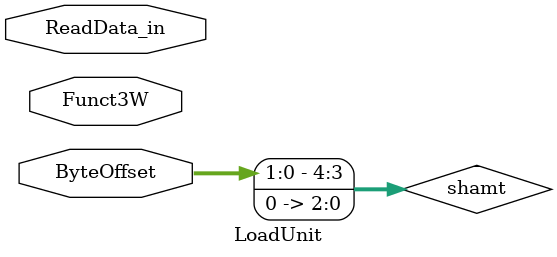
<source format=v>
/*
----------------------------------------------------------------------------------
-- Company:       National University of Singapore
-- Engineer:      Zhu Wenbo
-- 
-- Create Date:   2026-01-29
-- Module Name:   LoadStoreUnit
-- Project Name:  Mach-V
-- Target Devices: Nexys 4 DDR
-- Description:   Load Unit.
--                Handles Byte/Half/Word alignment for Memory Reads (Loads).
-- 
-- License:       MIT License
----------------------------------------------------------------------------------
*/
`timescale 1ns / 1ps

module LoadUnit (
        input  [ 2:0] Funct3W,
        input  [ 1:0] ByteOffset,   // Address[1:0]
        input  [31:0] ReadData_in
    );

    // --- STORE PATH (Alignment & Masking) ---
    wire [ 4:0] shamt = {ByteOffset, 3'b000};  // Offset * 8

    wire [31:0] data_shifted = ReadData_in >> shamt;
    reg  [31:0] loaded_val;

    always @(*) begin
        case (Funct3W)
            3'b000:
                loaded_val = {{24{data_shifted[7]}}, data_shifted[7:0]};  // LB
            3'b001:
                loaded_val = {{16{data_shifted[15]}}, data_shifted[15:0]};  // LH
            3'b100:
                loaded_val = {24'b0, data_shifted[7:0]};  // LBU
            3'b101:
                loaded_val = {16'b0, data_shifted[15:0]};  // LHU
            default:
                loaded_val = data_shifted;  // LW
        endcase
    end

    assign ReadDataW = loaded_val;
endmodule

</source>
